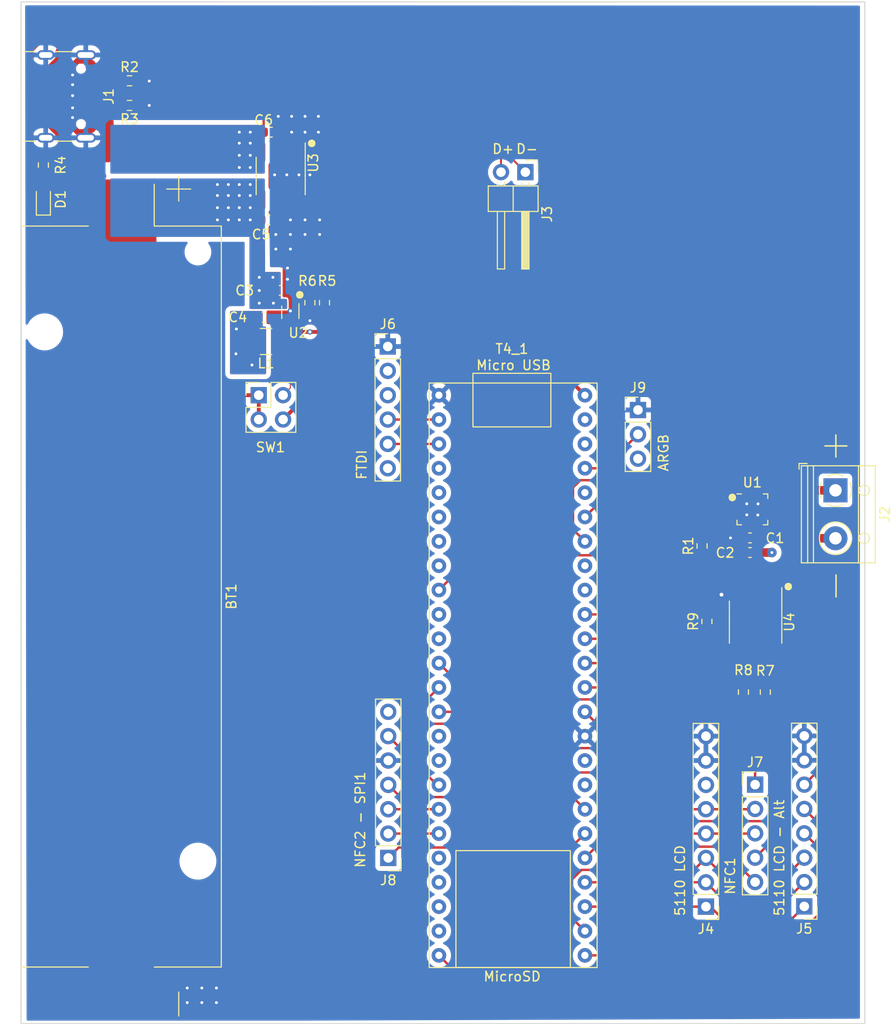
<source format=kicad_pcb>
(kicad_pcb (version 20221018) (generator pcbnew)
  (title_block (title "Carte projet Barbapapa") (date "2023-06-19") (rev "0.1") (company "Téo-CD"))
  (layers (0 "F.Cu" signal) (1 "In1.Cu" power) (2 "In2.Cu" power) (31 "B.Cu" signal) (34 "B.Paste" user) (35 "F.Paste" user) (36 "B.SilkS" user "B.Silkscreen") (37 "F.SilkS" user "F.Silkscreen") (38 "B.Mask" user) (39 "F.Mask" user) (44 "Edge.Cuts" user))
  (net 0 "")
  (net 1 "/Power and USB/BATT_LOAD")
  (net 2 "VSS")
  (net 3 "/+3.3V")
  (net 4 "/Power and USB/VBUS")
  (net 5 "Net-(D1-K)")
  (net 6 "Net-(D1-A)")
  (net 7 "Net-(J1-CC1)")
  (net 8 "/Power and USB/USB_D_P")
  (net 9 "/Power and USB/USB_D_N")
  (net 11 "Net-(J1-CC2)")
  (net 13 "/Audio/Speaker_P")
  (net 14 "/Audio/Speaker_N")
  (net 15 "/LCD connectors/LCD_RST")
  (net 16 "/LCD connectors/LCD_CS")
  (net 17 "/LCD connectors/LCD_DC")
  (net 18 "/SPI_COPI")
  (net 19 "/SPI_SCK")
  (net 20 "/LCD connectors/LCD_COPI_ALT")
  (net 21 "/LCD connectors/LCD_SCK_ALT")
  (net 24 "Net-(J6-Pin_4)")
  (net 25 "Net-(J6-Pin_5)")
  (net 27 "/NFC Connectors/NFC1_CS")
  (net 28 "/SPI_CIPO")
  (net 29 "/NFC2_CS")
  (net 30 "/SPI1_SCK")
  (net 31 "/SPI1_COPI")
  (net 32 "/SPI1_CIPO")
  (net 33 "/NFC Connectors/NFC2_RST")
  (net 34 "Net-(J9-Pin_2)")
  (net 35 "Net-(U2-SW)")
  (net 36 "/Audio/Amp_enable")
  (net 37 "Net-(U1-~{SD_MODE})")
  (net 38 "Net-(U2-FB)")
  (net 39 "Net-(U4-X0)")
  (net 40 "Net-(U4-X3)")
  (net 41 "/Audio/AMP_GAIN_EN")
  (net 42 "/Power and USB/Reg_en")
  (net 43 "/Power and USB/VIN")
  (net 49 "/Audio_OUT")
  (net 52 "/Audio/AMP_GAIN0")
  (net 53 "/Audio/AMP_GAIN1")
  (net 56 "/Audio/LRCLK")
  (net 57 "/Audio/BCLK")
  (net 66 "Net-(U1-~{GAIN_SLOT})")
  (net 72 "/NFC1_RST")
  (footprint "Connector_PinHeader_2.54mm:PinHeader_1x05_P2.54mm_Vertical" (layer "F.Cu") (at 94.2136 137.1346)
    (fp_text reference "J7")
    (fp_text value "NFC1")
  )
  (footprint "01_Passives:RES_0603" (layer "F.Cu") (at 28.9306 66.294 180)
    (fp_text reference "R3")
    (fp_text value "RES_0603_5K1_1%")
  )
  (footprint "Package_SO:SOIC-8_3.9x4.9mm_P1.27mm" (layer "F.Cu") (at 44.704 73.66 -90)
    (fp_text reference "U3")
    (fp_text value "MAX1811")
  )
  (footprint "Battery:BatteryHolder_Keystone_1042_1x18650" (layer "F.Cu") (at 28.066 117.516 -90)
    (fp_text reference "BT1")
    (fp_text value "Battery_Cell")
  )
  (footprint "01_Passives:CAP_0603" (layer "F.Cu") (at 93.6802 112.9284 180)
    (fp_text reference "C2")
    (fp_text value "CAP_0603_10uF_50V")
  )
  (footprint "Connector_USB:USB_C_Receptacle_GCT_USB4105-xx-A_16P_TopMnt_Horizontal" (layer "F.Cu") (at 21.2598 65.3542 -90)
    (fp_text reference "J1")
    (fp_text value "USB_C_Receptacle_USB2.0")
  )
  (footprint "Stuff:Teensy 4.1" (layer "F.Cu") (at 68.834 124.46)
    (fp_text reference "T4_1")
    (fp_text value "~")
  )
  (footprint "Connector_PinHeader_2.54mm:PinHeader_1x08_P2.54mm_Vertical" (layer "F.Cu") (at 89.0828 149.86 180)
    (fp_text reference "J4")
    (fp_text value "LCD SPI")
  )
  (footprint "01_Passives:RES_0603" (layer "F.Cu") (at 95.2804 127.4826 90)
    (fp_text reference "R7")
    (fp_text value "RES_0603_100K_1%")
  )
  (footprint "01_Passives:CAP_0603" (layer "F.Cu") (at 44.704 85.586)
    (fp_text reference "C3")
    (fp_text value "CAP_0603_10uF_50V")
  )
  (footprint "01_Passives:RES_0603" (layer "F.Cu") (at 47.752 86.868 90)
    (fp_text reference "R6")
    (fp_text value "RES_0603_44K2_1%")
  )
  (footprint "01_Passives:CAP_0603" (layer "F.Cu") (at 43.434 78.232 180)
    (fp_text reference "C5")
    (fp_text value "CAP_0603_10uF_50V")
  )
  (footprint "Inductor_SMD:L_1210_3225Metric_Pad1.42x2.65mm_HandSolder" (layer "F.Cu") (at 43.172 90.92 180)
    (fp_text reference "L1")
    (fp_text value "IND_1.5uH_5A_20%")
  )
  (footprint "Connector_PinHeader_2.54mm:PinHeader_1x07_P2.54mm_Vertical" (layer "F.Cu") (at 55.9308 144.78 180)
    (fp_text reference "J8")
    (fp_text value "NFC2")
  )
  (footprint "01_Passives:CAP_0603" (layer "F.Cu") (at 43.688 69.088 180)
    (fp_text reference "C6")
    (fp_text value "CAP_0603_10uF_50V")
  )
  (footprint "Connector_PinHeader_2.54mm:PinHeader_2x02_P2.54mm_Vertical" (layer "F.Cu") (at 42.413 96.515)
    (fp_text reference "SW1")
    (fp_text value "SW_DPST")
  )
  (footprint "01_Passives:CAP_0603" (layer "F.Cu") (at 42.918 88.38 180)
    (fp_text reference "C4")
    (fp_text value "CAP_0603_10uF_50V")
  )
  (footprint "Connector_PinHeader_2.54mm:PinHeader_1x06_P2.54mm_Vertical" (layer "F.Cu") (at 55.88 91.44)
    (fp_text reference "J6")
    (fp_text value "Random FTDI")
  )
  (footprint "Package_TO_SOT_SMD:SOT-563" (layer "F.Cu") (at 45.712 87.872 -90)
    (fp_text reference "U2")
    (fp_text value "AP61201Z6-7 buck")
  )
  (footprint "01_Passives:RES_0603" (layer "F.Cu") (at 92.9944 127.4826 90)
    (fp_text reference "R8")
    (fp_text value "RES_0603_100K_1%")
  )
  (footprint "01_Passives:CAP_0603" (layer "F.Cu") (at 93.6802 111.4044 180)
    (fp_text reference "C1")
    (fp_text value "CAP_0603_100nF_50V")
  )
  (footprint "Connector_PinHeader_2.54mm:PinHeader_1x03_P2.54mm_Vertical" (layer "F.Cu") (at 81.9912 98.059)
    (fp_text reference "J9")
    (fp_text value "RGB_LED")
  )
  (footprint "01_Passives:RES_0603" (layer "F.Cu") (at 49.276 86.868 -90)
    (fp_text reference "R5")
    (fp_text value "RES_0603_200k_1%")
  )
  (footprint "01_Passives:RES_0603" (layer "F.Cu") (at 19.939 72.517 90)
    (fp_text reference "R4")
    (fp_text value "RES_0603_200_1%")
  )
  (footprint "Package_SO:TSSOP-16_4.4x5mm_P0.65mm" (layer "F.Cu") (at 94.2644 120.1851 -90)
    (fp_text reference "U4")
    (fp_text value "CD4051B")
  )
  (footprint "TerminalBlock_RND:TerminalBlock_RND_205-00012_1x02_P5.00mm_Horizontal" (layer "F.Cu") (at 102.6004 106.4406 -90)
    (fp_text reference "J2")
    (fp_text value "Speaker")
  )
  (footprint "01_Passives:RES_0603" (layer "F.Cu") (at 28.9306 63.7286)
    (fp_text reference "R2")
    (fp_text value "RES_0603_5K1_1%")
  )
  (footprint "LED_SMD:LED_0603_1608Metric_Pad1.05x0.95mm_HandSolder" (layer "F.Cu") (at 19.939 76.073 90)
    (fp_text reference "D1")
    (fp_text value "LED")
  )
  (footprint "Connector_PinHeader_2.54mm:PinHeader_1x08_P2.54mm_Vertical" (layer "F.Cu") (at 99.3444 149.8346 180)
    (fp_text reference "J5")
    (fp_text value "LCD Soft SPI")
  )
  (footprint "01_Passives:RES_0603" (layer "F.Cu") (at 89.1844 120.1166 90)
    (fp_text reference "R9")
    (fp_text value "RES_0603_2K1_1%")
  )
  (footprint "Connector_PinHeader_2.54mm:PinHeader_1x02_P2.54mm_Horizontal" (layer "F.Cu") (at 70.236 73.2536 -90)
    (fp_text reference "J3")
    (fp_text value "Conn_01x02")
  )
  (footprint "Package_DFN_QFN:TQFN-16-1EP_3x3mm_P0.5mm_EP1.23x1.23mm" (layer "F.Cu") (at 93.9282 108.4249)
    (fp_text reference "U1")
    (fp_text value "MAX98357A/B")
  )
  (footprint "01_Passives:RES_0603" (layer "F.Cu") (at 88.6764 112.2426 90)
    (fp_text reference "R1")
    (fp_text value "RES_0603_634K_1%")
  )
  (gr_rect (start 17.6022 55.499) (end 105.664 162.052) (stroke (width 0.1)) (fill none) (layer "Edge.Cuts"))
  (gr_text "+" (at 100.6856 103.3272) (layer "F.SilkS") (effects (font (size 3 3) (thickness 0.153)) (justify left bottom)))
  (gr_text "-" (at 101.1428 114.4524 -90) (layer "F.SilkS") (effects (font (size 3 3) (thickness 0.153)) (justify left bottom)))
  (gr_text "●" (at 46.101 86.4616) (layer "F.SilkS") (effects (font (size 0.8 0.8) (thickness 0.153)) (justify left bottom)))
  (gr_text "NFC1" (at 92.202 148.6916 90) (layer "F.SilkS") (effects (font (size 1 1) (thickness 0.153)) (justify left bottom)))
  (gr_text "●" (at 47.3456 70.6628) (layer "F.SilkS") (effects (font (size 0.8 0.8) (thickness 0.153)) (justify left bottom)))
  (gr_text "●" (at 91.2368 107.5944) (layer "F.SilkS") (effects (font (size 0.8 0.8) (thickness 0.153)) (justify left bottom)))
  (gr_text "ARGB" (at 85.2424 104.5464 90) (layer "F.SilkS") (effects (font (size 1 1) (thickness 0.153)) (justify left bottom)))
  (gr_text "5110 LCD" (at 86.9696 150.9268 90) (layer "F.SilkS") (effects (font (size 1 1) (thickness 0.153)) (justify left bottom)))
  (gr_text "D+" (at 66.7004 71.4248) (layer "F.SilkS") (effects (font (size 1 1) (thickness 0.153)) (justify left bottom)))
  (gr_text "D-" (at 69.1896 71.4248) (layer "F.SilkS") (effects (font (size 1 1) (thickness 0.153)) (justify left bottom)))
  (gr_text "●" (at 97.0788 116.8908) (layer "F.SilkS") (effects (font (size 0.8 0.8) (thickness 0.153)) (justify left bottom)))
  (gr_text "5110 LCD - Alt" (at 97.3328 150.9268 90) (layer "F.SilkS") (effects (font (size 1 1) (thickness 0.153)) (justify left bottom)))
  (gr_text "NFC2 - SPI1" (at 53.594 145.8976 90) (layer "F.SilkS") (effects (font (size 1 1) (thickness 0.153)) (justify left bottom)))
  (gr_text "FTDI" (at 53.7464 105.41 90) (layer "F.SilkS") (effects (font (size 1 1) (thickness 0.153)) (justify left bottom)))
  (segment (start 31.999 96.515) (end 28.066 92.582) (width 0.4) (layer "F.Cu") (net 1))
  (segment (start 28.066 92.582) (end 28.066 78.186) (width 0.4) (layer "F.Cu") (net 1))
  (segment (start 42.413 99.055) (end 42.413 96.515) (width 0.4) (layer "F.Cu") (net 1))
  (segment (start 42.413 96.515) (end 31.999 96.515) (width 0.4) (layer "F.Cu") (net 1))
  (via (at 40.386 75.692) (size 0.56) (drill 0.3) (layers "F.Cu" "B.Cu") (net 1))
  (via (at 42.4688 85.598) (size 0.56) (drill 0.3) (layers "F.Cu" "B.Cu") (net 1))
  (via (at 41.529 74.549) (size 0.56) (drill 0.3) (layers "F.Cu" "B.Cu") (net 1))
  (via (at 38.1 78.232) (size 0.56) (drill 0.3) (layers "F.Cu" "B.Cu") (net 1))
  (via (at 38.1 76.962) (size 0.56) (drill 0.3) (layers "F.Cu" "B.Cu") (net 1))
  (via (at 38.1 75.692) (size 0.56) (drill 0.3) (layers "F.Cu" "B.Cu") (net 1))
  (via (at 39.243 74.549) (size 0.56) (drill 0.3) (layers "F.Cu" "B.Cu") (net 1))
  (via (at 39.243 76.962) (size 0.56) (drill 0.3) (layers "F.Cu" "B.Cu") (net 1))
  (via (at 43.8912 84.2264) (size 0.56) (drill 0.3) (layers "F.Cu" "B.Cu") (net 1))
  (via (at 42.4688 86.9188) (size 0.56) (drill 0.3) (layers "F.Cu" "B.Cu") (net 1))
  (via (at 41.529 78.232) (size 0.56) (drill 0.3) (layers "F.Cu" "B.Cu") (net 1))
  (via (at 39.243 75.692) (size 0.56) (drill 0.3) (layers "F.Cu" "B.Cu") (net 1))
  (via (at 40.386 76.962) (size 0.56) (drill 0.3) (layers "F.Cu" "B.Cu") (net 1))
  (via (at 38.1 74.549) (size 0.56) (drill 0.3) (layers "F.Cu" "B.Cu") (net 1))
  (via (at 41.529 75.692) (size 0.56) (drill 0.3) (layers "F.Cu" "B.Cu") (net 1))
  (via (at 40.386 78.232) (size 0.56) (drill 0.3) (layers "F.Cu" "B.Cu") (net 1))
  (via (at 41.529 76.962) (size 0.56) (drill 0.3) (layers "F.Cu" "B.Cu") (net 1))
  (via (at 42.4688 84.2264) (size 0.56) (drill 0.3) (layers "F.Cu" "B.Cu") (net 1))
  (via (at 39.243 78.232) (size 0.56) (drill 0.3) (layers "F.Cu" "B.Cu") (net 1))
  (via (at 43.942 86.9188) (size 0.56) (drill 0.3) (layers "F.Cu" "B.Cu") (net 1))
  (via (at 40.386 74.549) (size 0.56) (drill 0.3) (layers "F.Cu" "B.Cu") (net 1))
  (segment (start 23.0398 62.122474) (end 24.128074 61.0342) (width 0.6) (layer "F.Cu") (net 2))
  (segment (start 22.987 64.135) (end 23.0398 64.0822) (width 0.6) (layer "F.Cu") (net 2))
  (segment (start 23.0398 66.4952) (end 23.0398 65.3308) (width 0.6) (layer "F.Cu") (net 2))
  (segment (start 96.7414 132.0546) (end 99.3444 132.0546) (width 0.25) (layer "F.Cu") (net 2))
  (segment (start 24.128074 69.6742) (end 23.0398 68.585926) (width 0.6) (layer "F.Cu") (net 2))
  (segment (start 22.987 63.119) (end 23.0398 63.0662) (width 0.6) (layer "F.Cu") (net 2))
  (segment (start 94.1782 108.1749) (end 93.9282 108.4249) (width 0.25) (layer "F.Cu") (net 2))
  (segment (start 93.6782 108.6749) (end 93.9282 108.4249) (width 0.25) (layer "F.Cu") (net 2))
  (segment (start 23.0398 67.5112) (end 23.0398 66.6008) (width 0.6) (layer "F.Cu") (net 2))
  (segment (start 24.4248 61.6392) (end 23.523074 61.6392) (width 0.6) (layer "F.Cu") (net 2))
  (segment (start 23.0398 64.0822) (end 23.0398 63.1718) (width 0.6) (layer "F.Cu") (net 2))
  (segment (start 24.3648 69.6742) (end 24.128074 69.6742) (width 0.6) (layer "F.Cu") (net 2))
  (segment (start 22.987 67.564) (end 23.0398 67.5112) (width 0.6) (layer "F.Cu") (net 2))
  (segment (start 93.6782 106.9874) (end 93.6782 108.1749) (width 0.15) (layer "F.Cu") (net 2))
  (segment (start 24.9398 62.1542) (end 24.4248 61.6392) (width 0.6) (layer "F.Cu") (net 2))
  (segment (start 24.9398 68.5542) (end 24.4248 69.0692) (width 0.6) (layer "F.Cu") (net 2))
  (segment (start 24.3648 69.193769) (end 24.854369 68.7042) (width 0.9) (layer "F.Cu") (net 2))
  (segment (start 92.4907 108.6749) (end 93.6782 108.6749) (width 0.15) (layer "F.Cu") (net 2))
  (segment (start 24.3648 69.6742) (end 24.3648 69.193769) (width 0.9) (layer "F.Cu") (net 2))
  (segment (start 23.0398 65.2252) (end 23.0398 64.1878) (width 0.6) (layer "F.Cu") (net 2))
  (segment (start 92.9052 111.4044) (end 92.9052 112.9284) (width 0.9) (layer "F.Cu") (net 2))
  (segment (start 29.7556 66.294) (end 30.988 66.294) (width 0.25) (layer "F.Cu") (net 2))
  (segment (start 23.0398 63.1718) (end 22.987 63.119) (width 0.6) (layer "F.Cu") (net 2))
  (segment (start 91.9894 117.3226) (end 90.7084 117.3226) (width 0.25) (layer "F.Cu") (net 2))
  (segment (start 24.3648 61.514631) (end 24.854369 62.0042) (width 0.9) (layer "F.Cu") (net 2))
  (segment (start 91.9894 117.3226) (end 92.6394 117.3226) (width 0.25) (layer "F.Cu") (net 2))
  (segment (start 23.0398 63.0662) (end 23.0398 62.122474) (width 0.6) (layer "F.Cu") (net 2))
  (segment (start 95.8894 121.79633) (end 95.8894 123.0476) (width 0.25) (layer "F.Cu") (net 2))
  (segment (start 30.9626 63.7286) (end 30.988 63.754) (width 0.25) (layer "F.Cu") (net 2))
  (segment (start 94.194328 108.1749) (end 94.1782 108.1749) (width 0.35) (layer "F.Cu") (net 2))
  (segment (start 93.668541 108.6749) (end 93.6782 108.6749) (width 0.35) (layer "F.Cu") (net 2))
  (segment (start 23.0398 65.3308) (end 22.987 65.278) (width 0.6) (layer "F.Cu") (net 2))
  (segment (start 93.33979 107.843237) (end 93.6782 108.1749) (width 0.35) (layer "F.Cu") (net 2))
  (segment (start 23.523074 69.0692) (end 23.0398 68.585926) (width 0.6) (layer "F.Cu") (net 2))
  (segment (start 22.987 66.548) (end 23.0398 66.4952) (width 0.6) (layer "F.Cu") (net 2))
  (segment (start 24.4248 69.0692) (end 23.523074 69.0692) (width 0.6) (layer "F.Cu") (net 2))
  (segment (start 92.6394 117.3226) (end 92.6394 118.54633) (width 0.25) (layer "F.Cu") (net 2))
  (segment (start 22.987 65.278) (end 23.0398 65.2252) (width 0.6) (layer "F.Cu") (net 2))
  (segment (start 23.0398 66.6008) (end 22.987 66.548) (width 0.6) (layer "F.Cu") (net 2))
  (segment (start 95.3657 108.1749) (end 94.1782 108.1749) (width 0.15) (layer "F.Cu") (net 2))
  (segment (start 91.6547 111.4044) (end 92.9052 111.4044) (width 0.9) (layer "F.Cu") (net 2))
  (segment (start 24.854369 62.0042) (end 24.9398 62.0042) (width 0.9) (layer "F.Cu") (net 2))
  (segment (start 24.128074 61.0342) (end 24.3648 61.0342) (width 0.6) (layer "F.Cu") (net 2))
  (segment (start 23.523074 61.6392) (end 23.0398 62.122474) (width 0.6) (layer "F.Cu") (net 2))
  (segment (start 29.7556 63.7286) (end 30.9626 63.7286) (width 0.25) (layer "F.Cu") (net 2))
  (segment (start 93.6782 108.1749) (end 93.9282 108.4249) (width 0.25) (layer "F.Cu") (net 2))
  (segment (start 93.346237 108.997204) (end 93.668541 108.6749) (width 0.35) (layer "F.Cu") (net 2))
  (segment (start 24.3648 61.0342) (end 24.3648 61.514631) (width 0.9) (layer "F.Cu") (net 2))
  (segment (start 24.854369 68.7042) (end 24.9398 68.7042) (width 0.9) (layer "F.Cu") (net 2))
  (segment (start 92.9944 128.3076) (end 96.7414 132.0546) (width 0.25) (layer "F.Cu") (net 2))
  (segment (start 23.0398 64.1878) (end 22.987 64.135) (width 0.6) (layer "F.Cu") (net 2))
  (segment (start 94.519544 107.849684) (end 94.194328 108.1749) (width 0.35) (layer "F.Cu") (net 2))
  (segment (start 92.6394 118.54633) (end 95.8894 121.79633) (width 0.25) (layer "F.Cu") (net 2))
  (segment (start 23.0398 67.6168) (end 22.987 67.564) (width 0.6) (layer "F.Cu") (net 2))
  (segment (start 23.0398 68.585926) (end 23.0398 67.6168) (width 0.6) (layer "F.Cu") (net 2))
  (via (at 45.72 78.232) (size 0.56) (drill 0.3) (layers "F.Cu" "B.Cu") (net 2))
  (via (at 34.9504 159.8676) (size 0.56) (drill 0.3) (layers "F.Cu" "B.Cu") (net 2))
  (via (at 22.987 65.278) (size 0.56) (drill 0.3) (layers "F.Cu" "B.Cu") (net 2))
  (via (at 47.244 67.437) (size 0.56) (drill 0.3) (layers "F.Cu" "B.Cu") (net 2))
  (via (at 36.4744 159.8676) (size 0.56) (drill 0.3) (layers "F.Cu" "B.Cu") (net 2))
  (via (at 90.7084 117.3226) (size 0.8) (drill 0.4) (layers "F.Cu" "B.Cu") (net 2))
  (via (at 44.196 79.756) (size 0.56) (drill 0.3) (layers "F.Cu" "B.Cu") (net 2))
  (via (at 47.244 69.088) (size 0.56) (drill 0.3) (layers "F.Cu" "B.Cu") (net 2))
  (via (at 45.4152 84.4296) (size 0.56) (drill 0.3) (layers "F.Cu" "B.Cu") (net 2))
  (via (at 45.847 67.437) (size 0.56) (drill 0.3) (layers "F.Cu" "B.Cu") (net 2))
  (via (at 47.244 79.756) (size 0.56) (drill 0.3) (layers "F.Cu" "B.Cu") (net 2))
  (via (at 45.72 81.28) (size 0.56) (drill 0.3) (layers "F.Cu" "B.Cu") (net 2))
  (via (at 45.72 79.756) (size 0.56) (drill 0.3) (layers "F.Cu" "B.Cu") (net 2))
  (via (at 37.9984 158.3436) (size 0.56) (drill 0.3) (layers "F.Cu" "B.Cu") (net 2))
  (via (at 48.768 78.232) (size 0.56) (drill 0.3) (layers "F.Cu" "B.Cu") (net 2))
  (via (at 94.519544 107.849684) (size 0.56) (drill 0.3) (layers "F.Cu" "B.Cu") (net 2))
  (via (at 45.72 87.7316) (size 0.56) (drill 0.3) (layers "F.Cu" "B.Cu") (net 2))
  (via (at 34.9504 158.3436) (size 0.56) (drill 0.3) (layers "F.Cu" "B.Cu") (net 2))
  (via (at 48.641 67.437) (size 0.56) (drill 0.3) (layers "F.Cu" "B.Cu") (net 2))
  (via (at 44.069 73.533) (size 0.56) (drill 0.3) (layers "F.Cu" "B.Cu") (net 2))
  (via (at 44.45 67.437) (size 0.56) (drill 0.3) (layers "F.Cu" "B.Cu") (net 2))
  (via (at 45.339 73.533) (size 0.56) (drill 0.3) (layers "F.Cu" "B.Cu") (net 2))
  (via (at 45.4152 83.2612) (size 0.56) (drill 0.3) (layers "F.Cu" "B.Cu") (net 2))
  (via (at 36.4744 158.3436) (size 0.56) (drill 0.3) (layers "F.Cu" "B.Cu") (net 2))
  (via (at 22.987 64.135) (size 0.56) (drill 0.3) (layers "F.Cu" "B.Cu") (net 2))
  (via (at 47.752 88.7476) (size 0.56) (drill 0.3) (layers "F.Cu" "B.Cu") (net 2))
  (via (at 30.988 63.754) (size 0.56) (drill 0.3) (layers "F.Cu" "B.Cu") (net 2))
  (via (at 47.752 73.533) (size 0.56) (drill 0.3) (layers "F.Cu" "B.Cu") (net 2))
  (via (at 22.987 67.564) (size 0.56) (drill 0.3) (layers "F.Cu" "B.Cu") (net 2))
  (via (at 48.768 79.756) (size 0.56) (drill 0.3) (layers "F.Cu" "B.Cu") (net 2))
  (via (at 93.346237 108.997204) (size 0.56) (drill 0.3) (layers "F.Cu" "B.Cu") (net 2))
  (via (at 37.9984 159.8676) (size 0.56) (drill 0.3) (layers "F.Cu" "B.Cu") (net 2))
  (via (at 47.244 78.232) (size 0.56) (drill 0.3) (layers "F.Cu" "B.Cu") (net 2))
  (via (at 44.196 81.28) (size 0.56) (drill 0.3) (layers "F.Cu" "B.Cu") (net 2))
  (via (at 22.987 66.548) (size 0.56) (drill 0.3) (layers "F.Cu" "B.Cu") (net 2))
  (via (at 94.493757 109.016544) (size 0.56) (drill 0.3) (layers "F.Cu" "B.Cu") (net 2))
  (via (at 30.988 66.294) (size 0.56) (drill 0.3) (layers "F.Cu" "B.Cu") (net 2))
  (via (at 93.33979 107.843237) (size 0.56) (drill 0.3) (layers "F.Cu" "B.Cu") (net 2))
  (via (at 91.6482 111.4044) (size 1) (drill 0.3) (layers "F.Cu" "B.Cu") (net 2))
  (via (at 45.847 69.088) (size 0.56) (drill 0.3) (layers "F.Cu" "B.Cu") (net 2))
  (via (at 48.641 69.088) (size 0.56) (drill 0.3) (layers "F.Cu" "B.Cu") (net 2))
  (via (at 46.609 73.533) (size 0.56) (drill 0.3) (layers "F.Cu" "B.Cu") (net 2))
  (via (at 22.987 63.119) (size 0.56) (drill 0.3) (layers "F.Cu" "B.Cu") (net 2))
  (segment (start 96.5394 125.1966) (end 96.5394 127.2176) (width 0.25) (layer "F.Cu") (net 3))
  (segment (start 97.8204 128.4986) (end 97.6294 128.3076) (width 0.25) (layer "F.Cu") (net 3))
  (segment (start 96.5394 123.0476) (end 96.5394 125.1966) (width 0.25) (layer "F.Cu") (net 3))
  (segment (start 95.2394 122.359059) (end 93.821941 120.9416) (width 0.25) (layer "F.Cu") (net 3))
  (segment (start 46.9392 89.916) (end 46.282 89.2588) (width 0.4) (layer "F.Cu") (net 3))
  (segment (start 94.4552 112.9284) (end 94.4552 111.4044) (width 0.9) (layer "F.Cu") (net 3))
  (segment (start 47.752 89.916) (end 48.768 89.916) (width 0.4) (layer "F.Cu") (net 3))
  (segment (start 48.768 89.916) (end 49.276 89.408) (width 0.4) (layer "F.Cu") (net 3))
  (segment (start 94.4552 111.4044) (end 94.4552 110.0854) (width 0.9) (layer "F.Cu") (net 3))
  (segment (start 96.5394 125.036141) (end 96.5394 125.1966) (width 0.25) (layer "F.Cu") (net 3))
  (segment (start 97.6294 128.3076) (end 95.2804 128.3076) (width 0.25) (layer "F.Cu") (net 3))
  (segment (start 101.1224 135.3566) (end 101.1224 131.8006) (width 0.25) (layer "F.Cu") (net 3))
  (segment (start 47.752 89.916) (end 46.9392 89.916) (width 0.4) (layer "F.Cu") (net 3))
  (segment (start 49.276 89.408) (end 49.276 87.693) (width 0.4) (layer "F.Cu") (net 3))
  (segment (start 93.821941 120.9416) (end 89.1844 120.9416) (width 0.25) (layer "F.Cu") (net 3))
  (segment (start 96.5394 127.2176) (end 97.8204 128.4986) (width 0.25) (layer "F.Cu") (net 3))
  (segment (start 95.2394 123.0476) (end 95.2394 123.736141) (width 0.25) (layer "F.Cu") (net 3))
  (segment (start 95.2394 123.736141) (end 96.5394 125.036141) (width 0.25) (layer "F.Cu") (net 3))
  (segment (start 95.2394 123.0476) (end 95.2394 122.359059) (width 0.25) (layer "F.Cu") (net 3))
  (segment (start 101.1224 131.8006) (end 97.8204 128.4986) (width 0.25) (layer "F.Cu") (net 3))
  (segment (start 99.3444 137.1346) (end 101.1224 135.3566) (width 0.25) (layer "F.Cu") (net 3))
  (segment (start 94.4552 112.9284) (end 95.9662 112.9284) (width 0.9) (layer "F.Cu") (net 3))
  (segment (start 46.282 89.2588) (end 46.282 88.622) (width 0.4) (layer "F.Cu") (net 3))
  (segment (start 94.4552 110.0854) (end 94.4532 110.0834) (width 0.9) (layer "F.Cu") (net 3))
  (via (at 95.9662 112.9284) (size 1) (drill 0.3) (layers "F.Cu" "B.Cu") (net 3))
  (via (at 41.7068 93.3704) (size 0.56) (drill 0.3) (layers "F.Cu" "B.Cu") (net 3))
  (via (at 40.0304 92.202) (size 0.56) (drill 0.3) (layers "F.Cu" "B.Cu") (net 3))
  (via (at 47.752 89.916) (size 0.56) (drill 0.3) (layers "F.Cu" "B.Cu") (net 3))
  (via (at 40.0812 89.6112) (size 0.56) (drill 0.3) (layers "F.Cu" "B.Cu") (net 3))
  (segment (start 48.26 74.803) (end 48.957 74.106) (width 0.25) (layer "F.Cu") (net 4))
  (segment (start 24.9398 67.7542) (end 26.395 67.7542) (width 0.6) (layer "F.Cu") (net 4))
  (segment (start 45.339 71.185) (end 46.609 71.185) (width 0.25) (layer "F.Cu") (net 4))
  (segment (start 20.764 71.692) (end 22.098 70.358) (width 0.25) (layer "F.Cu") (net 4))
  (segment (start 26.67 62.992) (end 26.67 60.198) (width 1.2) (layer "F.Cu") (net 4))
  (segment (start 45.339 75.758249) (end 46.294249 74.803) (width 0.25) (layer "F.Cu") (net 4))
  (segment (start 42.926 69.075) (end 42.913 69.088) (width 0.25) (layer "F.Cu") (net 4))
  (segment (start 45.339 76.135) (end 45.339 75.758249) (width 0.25) (layer "F.Cu") (net 4))
  (segment (start 19.939 71.692) (end 20.764 71.692) (width 0.25) (layer "F.Cu") (net 4))
  (segment (start 21.8118 61.54244) (end 20.701 62.65324) (width 1.2) (layer "F.Cu") (net 4))
  (segment (start 20.701 62.65324) (end 20.701 68.05516) (width 1.2) (layer "F.Cu") (net 4))
  (segment (start 23.368 71.628) (end 26.67 71.628) (width 1.2) (layer "F.Cu") (net 4))
  (segment (start 26.67 60.198) (end 25.654 59.182) (width 1.2) (layer "F.Cu") (net 4))
  (segment (start 49.784 66.04) (end 43.815 66.04) (width 0.25) (layer "F.Cu") (net 4))
  (segment (start 26.67 71.628) (end 26.67 68.0292) (width 1.2) (layer "F.Cu") (net 4))
  (segment (start 26.395 67.7542) (end 26.67 68.0292) (width 0.6) (layer "F.Cu") (net 4))
  (segment (start 48.957 74.106) (end 48.957 71.185) (width 0.25) (layer "F.Cu") (net 4))
  (segment (start 23.368 59.182) (end 21.8118 60.7382) (width 1.2) (layer "F.Cu") (net 4))
  (segment (start 22.098 69.45216) (end 22.098 70.358) (width 1.2) (layer "F.Cu") (net 4))
  (segment (start 26.6322 62.9542) (end 26.67 62.992) (width 0.6) (layer "F.Cu") (net 4))
  (segment (start 50.038 70.104) (end 50.038 66.294) (width 0.25) (layer "F.Cu") (net 4))
  (segment (start 22.098 70.358) (end 23.368 71.628) (width 1.2) (layer "F.Cu") (net 4))
  (segment (start 20.701 68.05516) (end 22.098 69.45216) (width 1.2) (layer "F.Cu") (net 4))
  (segment (start 46.294249 74.803) (end 48.26 74.803) (width 0.25) (layer "F.Cu") (net 4))
  (segment (start 43.815 66.04) (end 42.926 66.929) (width 0.25) (layer "F.Cu") (net 4))
  (segment (start 24.9398 62.9542) (end 26.6322 62.9542) (width 0.6) (layer "F.Cu") (net 4))
  (segment (start 48.957 71.185) (end 50.038 70.104) (width 0.25) (layer "F.Cu") (net 4))
  (segment (start 46.609 71.185) (end 48.957 71.185) (width 0.25) (layer "F.Cu") (net 4))
  (segment (start 21.8118 60.7382) (end 21.8118 61.54244) (width 1.2) (layer "F.Cu") (net 4))
  (segment (start 50.038 66.294) (end 49.784 66.04) (width 0.25) (layer "F.Cu") (net 4))
  (segment (start 25.654 59.182) (end 23.368 59.182) (width 1.2) (layer "F.Cu") (net 4))
  (segment (start 42.926 66.929) (end 42.926 69.075) (width 0.25) (layer "F.Cu") (net 4))
  (via (at 40.386 72.771) (size 0.56) (drill 0.3) (layers "F.Cu" "B.Cu") (net 4))
  (via (at 41.529 71.501) (size 0.56) (drill 0.3) (layers "F.Cu" "B.Cu") (net 4))
  (via (at 41.529 70.231) (size 0.56) (drill 0.3) (layers "F.Cu" "B.Cu") (net 4))
  (via (at 40.386 71.501) (size 0.56) (drill 0.3) (layers "F.Cu" "B.Cu") (net 4))
  (via (at 41.529 69.088) (size 0.56) (drill 0.3) (layers "F.Cu" "B.Cu") (net 4))
  (via (at 40.386 69.088) (size 0.56) (drill 0.3) (layers "F.Cu" "B.Cu") (net 4))
  (via (at 41.529 72.771) (size 0.56) (drill 0.3) (layers "F.Cu" "B.Cu") (net 4))
  (via (at 40.386 70.231) (size 0.56) (drill 0.3) (layers "F.Cu" "B.Cu") (net 4))
  (segment (start 71.882 71.628) (end 58.039 57.785) (width 0.25) (layer "F.Cu") (net 5))
  (segment (start 71.882 74.676) (end 71.882 71.628) (width 0.25) (layer "F.Cu") (net 5))
  (segment (start 58.039 57.785) (end 21.5646 57.785) (width 0.25) (layer "F.Cu") (net 5))
  (segment (start 18.796 60.5536) (end 18.796 75.805) (width 0.25) (layer "F.Cu") (net 5))
  (segment (start 70.423 76.135) (end 71.882 74.676) (width 0.25) (layer "F.Cu") (net 5))
  (segment (start 46.609 76.135) (end 70.423 76.135) (width 0.25) (layer "F.Cu") (net 5))
  (segment (start 18.796 75.805) (end 19.939 76.948) (width 0.25) (layer "F.Cu") (net 5))
  (segment (start 21.5646 57.785) (end 18.796 60.5536) (width 0.25) (layer "F.Cu") (net 5))
  (segment (start 19.939 73.342) (end 19.939 75.198) (width 0.25) (layer "F.Cu") (net 6))
  (segment (start 24.9398 64.1042) (end 27.73 64.1042) (width 0.25) (layer "F.Cu") (net 7))
  (segment (start 27.73 64.1042) (end 28.1056 63.7286) (width 0.25) (layer "F.Cu") (net 7))
  (segment (start 25.8148 65.1042) (end 25.8398 65.1292) (width 0.25) (layer "F.Cu") (net 8))
  (segment (start 25.8398 65.1292) (end 25.8398 66.0792) (width 0.25) (layer "F.Cu") (net 8))
  (segment (start 25.827301 65.0792) (end 61.425203 65.0792) (width 0.2) (layer "F.Cu") (net 8))
  (segment (start 24.9398 65.1042) (end 25.8148 65.1042) (width 0.25) (layer "F.Cu") (net 8))
  (segment (start 67.696 71.349997) (end 67.696 73.2536) (width 0.2) (layer "F.Cu") (net 8))
  (segment (start 25.802301 65.1042) (end 25.827301 65.0792) (width 0.2) (layer "F.Cu") (net 8))
  (segment (start 25.8148 66.1042) (end 24.9398 66.1042) (width 0.25) (layer "F.Cu") (net 8))
  (segment (start 61.425203 65.0792) (end 67.696 71.349997) (width 0.2) (layer "F.Cu") (net 8))
  (segment (start 24.9398 65.1042) (end 25.802301 65.1042) (width 0.2) (layer "F.Cu") (net 8))
  (segment (start 25.8398 66.0792) (end 25.8148 66.1042) (width 0.25) (layer "F.Cu") (net 8))
  (segment (start 24.9398 64.6042) (end 25.802301 64.6042) (width 0.2) (layer "F.Cu") (net 9))
  (segment (start 61.6116 64.6292) (end 70.236 73.2536) (width 0.2) (layer "F.Cu") (net 9))
  (segment (start 25.827301 64.6292) (end 61.6116 64.6292) (width 0.2) (layer "F.Cu") (net 9))
  (segment (start 24.0648 65.6042) (end 24.9398 65.6042) (width 0.25) (layer "F.Cu") (net 9))
  (segment (start 24.0398 64.6292) (end 24.0398 65.5792) (width 0.25) (layer "F.Cu") (net 9))
  (segment (start 25.802301 64.6042) (end 25.827301 64.6292) (width 0.2) (layer "F.Cu") (net 9))
  (segment (start 24.0648 64.6042) (end 24.0398 64.6292) (width 0.25) (layer "F.Cu") (net 9))
  (segment (start 24.9398 64.6042) (end 24.0648 64.6042) (width 0.25) (layer "F.Cu") (net 9))
  (segment (start 24.0398 65.5792) (end 24.0648 65.6042) (width 0.25) (layer "F.Cu") (net 9))
  (segment (start 24.9398 67.1042) (end 27.2954 67.1042) (width 0.25) (layer "F.Cu") (net 11))
  (segment (start 27.2954 67.1042) (end 28.1056 66.294) (width 0.25) (layer "F.Cu") (net 11))
  (segment (start 96.8298 108.1532) (end 96.3081 108.6749) (width 0.35) (layer "F.Cu") (net 13))
  (segment (start 102.6004 106.4406) (end 98.5424 106.4406) (width 0.9) (layer "F.Cu") (net 13))
  (segment (start 98.5424 106.4406) (end 96.8298 108.1532) (width 0.9) (layer "F.Cu") (net 13))
  (segment (start 96.3081 108.6749) (end 95.643518 108.6749) (width 0.35) (layer "F.Cu") (net 13))
  (segment (start 96.7282 109.5248) (end 95.7156 109.5248) (width 0.35) (layer "F.Cu") (net 14))
  (segment (start 102.6004 111.4406) (end 98.644 111.4406) (width 0.9) (layer "F.Cu") (net 14))
  (segment (start 98.644 111.4406) (end 96.7282 109.5248) (width 0.9) (layer "F.Cu") (net 14))
  (segment (start 95.7156 109.5248) (end 95.3657 109.1749) (width 0.35) (layer "F.Cu") (net 14))
  (segment (start 97.4648 151.7142) (end 99.3444 149.8346) (width 0.25) (layer "F.Cu") (net 15))
  (segment (start 76.454 149.86) (end 89.54 149.86) (width 0.25) (layer "F.Cu") (net 15))
  (segment (start 89.54 149.86) (end 91.3942 151.7142) (width 0.25) (layer "F.Cu") (net 15))
  (segment (start 91.3942 151.7142) (end 97.4648 151.7142) (width 0.25) (layer "F.Cu") (net 15))
  (segment (start 76.454 147.32) (end 89.0828 147.32) (width 0.25) (layer "F.Cu") (net 16))
  (segment (start 92.6642 150.9014) (end 95.7376 150.9014) (width 0.25) (layer "F.Cu") (net 16))
  (segment (start 89.0828 147.32) (end 92.6642 150.9014) (width 0.25) (layer "F.Cu") (net 16))
  (segment (start 95.7376 150.9014) (end 99.3444 147.2946) (width 0.25) (layer "F.Cu") (net 16))
  (segment (start 76.1034 146.0246) (end 87.8382 146.0246) (width 0.25) (layer "F.Cu") (net 17))
  (segment (start 75.1128 147.0152) (end 76.1034 146.0246) (width 0.25) (layer "F.Cu") (net 17))
  (segment (start 75.1128 151.0588) (end 75.1128 147.0152) (width 0.25) (layer "F.Cu") (net 17))
  (segment (start 89.0828 144.78) (end 93.3754 149.0726) (width 0.25) (layer "F.Cu") (net 17))
  (segment (start 95.0264 149.0726) (end 99.3444 144.7546) (width 0.25) (layer "F.Cu") (net 17))
  (segment (start 87.8382 146.0246) (end 89.0828 144.78) (width 0.25) (layer "F.Cu") (net 17))
  (segment (start 93.3754 149.0726) (end 95.0264 149.0726) (width 0.25) (layer "F.Cu") (net 17))
  (segment (start 76.454 152.4) (end 75.1128 151.0588) (width 0.25) (layer "F.Cu") (net 17))
  (segment (start 64.0384 130.7846) (end 60.2284 130.7846) (width 0.25) (layer "F.Cu") (net 18))
  (segment (start 94.1882 142.24) (end 94.2136 142.2146) (width 0.25) (layer "F.Cu") (net 18))
  (segment (start 60.2284 130.7846) (end 59.7204 130.2766) (width 0.25) (layer "F.Cu") (net 18))
  (segment (start 59.7204 130.2766) (end 59.7204 128.4936) (width 0.25) (layer "F.Cu") (net 18))
  (segment (start 89.0828 142.24) (end 83.6218 142.24) (width 0.25) (layer "F.Cu") (net 18))
  (segment (start 89.0828 142.24) (end 94.1882 142.24) (width 0.25) (layer "F.Cu") (net 18))
  (segment (start 59.7204 128.4936) (end 61.214 127) (width 0.25) (layer "F.Cu") (net 18))
  (segment (start 69.1184 135.8646) (end 64.0384 130.7846) (width 0.25) (layer "F.Cu") (net 18))
  (segment (start 83.6218 142.24) (end 77.2464 135.8646) (width 0.25) (layer "F.Cu") (net 18))
  (segment (start 77.2464 135.8646) (end 69.1184 135.8646) (width 0.25) (layer "F.Cu") (net 18))
  (segment (start 89.0828 139.7) (end 86.614 139.7) (width 0.25) (layer "F.Cu") (net 19))
  (segment (start 94.1882 139.7) (end 94.2136 139.6746) (width 0.25) (layer "F.Cu") (net 19))
  (segment (start 89.0828 139.7) (end 94.1882 139.7) (width 0.25) (layer "F.Cu") (net 19))
  (segment (start 86.614 139.7) (end 76.454 129.54) (width 0.25) (layer "F.Cu") (net 19))
  (segment (start 96.589 154.94) (end 101.6304 149.8986) (width 0.25) (layer "F.Cu") (net 20))
  (segment (start 101.6304 149.8986) (end 101.6304 144.5006) (width 0.25) (layer "F.Cu") (net 20))
  (segment (start 76.454 154.94) (end 96.589 154.94) (width 0.25) (layer "F.Cu") (net 20))
  (segment (start 101.6304 144.5006) (end 99.3444 142.2146) (width 0.25) (layer "F.Cu") (net 20))
  (segment (start 99.3444 139.6746) (end 102.6464 142.9766) (width 0.25) (layer "F.Cu") (net 21))
  (segment (start 97.8204 156.9466) (end 63.2206 156.9466) (width 0.25) (layer "F.Cu") (net 21))
  (segment (start 102.6464 152.1206) (end 97.8204 156.9466) (width 0.25) (layer "F.Cu") (net 21))
  (segment (start 102.6464 142.9766) (end 102.6464 152.1206) (width 0.25) (layer "F.Cu") (net 21))
  (segment (start 63.2206 156.9466) (end 61.214 154.94) (width 0.25) (layer "F.Cu") (net 21))
  (segment (start 55.88 99.06) (end 61.214 99.06) (width 0.25) (layer "F.Cu") (net 24))
  (segment (start 61.214 101.6) (end 55.88 101.6) (width 0.25) (layer "F.Cu") (net 25))
  (segment (start 64.9986 128.2446) (end 61.214 124.46) (width 0.25) (layer "F.Cu") (net 27))
  (segment (start 94.2136 132.7658) (end 89.6924 128.2446) (width 0.25) (layer "F.Cu") (net 27))
  (segment (start 89.6924 128.2446) (end 64.9986 128.2446) (width 0.25) (layer "F.Cu") (net 27))
  (segment (start 94.2136 137.1346) (end 94.2136 132.7658) (width 0.25) (layer "F.Cu") (net 27))
  (segment (start 66.3498 129.54) (end 61.214 129.54) (width 0.25) (layer "F.Cu") (net 28))
  (segment (start 95.0264 140.9446) (end 85.1204 140.9446) (width 0.25) (layer "F.Cu") (net 28))
  (segment (start 94.2136 144.7546) (end 95.7884 143.1798) (width 0.25) (layer "F.Cu") (net 28))
  (segment (start 77.5004 133.3246) (end 70.1344 133.3246) (width 0.25) (layer "F.Cu") (net 28))
  (segment (start 95.7884 143.1798) (end 95.7884 141.7066) (width 0.25) (layer "F.Cu") (net 28))
  (segment (start 70.1344 133.3246) (end 66.3498 129.54) (width 0.25) (layer "F.Cu") (net 28))
  (segment (start 85.1204 140.9446) (end 77.5004 133.3246) (width 0.25) (layer "F.Cu") (net 28))
  (segment (start 95.7884 141.7066) (end 95.0264 140.9446) (width 0.25) (layer "F.Cu") (net 28))
  (segment (start 57.0178 143.693) (end 75.001 143.693) (width 0.25) (layer "F.Cu") (net 29))
  (segment (start 75.001 143.693) (end 76.454 142.24) (width 0.25) (layer "F.Cu") (net 29))
  (segment (start 55.9308 144.78) (end 57.0178 143.693) (width 0.25) (layer "F.Cu") (net 29))
  (segment (start 61.214 142.24) (end 55.9308 142.24) (width 0.25) (layer "F.Cu") (net 30))
  (segment (start 61.214 139.7) (end 55.9308 139.7) (width 0.25) (layer "F.Cu") (net 31))
  (segment (start 57.2008 138.43) (end 75.184 138.43) (width 0.25) (layer "F.Cu") (net 32))
  (segment (start 75.184 138.43) (end 76.454 139.7) (width 0.25) (layer "F.Cu") (net 32))
  (segment (start 55.9308 137.16) (end 57.2008 138.43) (width 0.25) (layer "F.Cu") (net 32))
  (segment (start 61.0108 137.16) (end 61.214 137.16) (width 0.25) (layer "F.Cu") (net 33))
  (segment (start 55.9308 132.08) (end 61.0108 137.16) (width 0.25) (layer "F.Cu") (net 33))
  (segment (start 78.4502 104.14) (end 81.9912 100.599) (width 0.25) (layer "F.Cu") (net 34))
  (segment (start 76.454 104.14) (end 78.4502 104.14) (width 0.25) (layer "F.Cu") (net 34))
  (segment (start 44.6595 90.92) (end 45.142 90.4375) (width 0.4) (layer "F.Cu") (net 35))
  (segment (start 45.142 90.4375) (end 45.142 88.622) (width 0.4) (layer "F.Cu") (net 35))
  (segment (start 82.364 119.38) (end 88.6764 113.0676) (width 0.25) (layer "F.Cu") (net 36))
  (segment (start 76.454 119.38) (end 82.364 119.38) (width 0.25) (layer "F.Cu") (net 36))
  (segment (start 90.8994 109.1946) (end 92.471 109.1946) (width 0.25) (layer "F.Cu") (net 37))
  (segment (start 88.6764 111.4176) (end 90.8994 109.1946) (width 0.25) (layer "F.Cu") (net 37))
  (segment (start 92.471 109.1946) (end 92.4907 109.1749) (width 0.25) (layer "F.Cu") (net 37))
  (segment (start 49.276 86.043) (end 47.752 86.043) (width 0.4) (layer "F.Cu") (net 38))
  (segment (start 46.282 86.56) (end 46.282 87.122) (width 0.4) (layer "F.Cu") (net 38))
  (segment (start 47.752 86.043) (end 46.799 86.043) (width 0.4) (layer "F.Cu") (net 38))
  (segment (start 46.799 86.043) (end 46.282 86.56) (width 0.4) (layer "F.Cu") (net 38))
  (segment (start 95.2804 126.6576) (end 94.5894 125.9666) (width 0.25) (layer "F.Cu") (net 39))
  (segment (start 94.5894 125.9666) (end 94.5894 123.0476) (width 0.25) (layer "F.Cu") (net 39))
  (segment (start 93.9394 125.7126) (end 93.9394 123.0476) (width 0.25) (layer "F.Cu") (net 40))
  (segment (start 92.9944 126.6576) (end 93.9394 125.7126) (width 0.25) (layer "F.Cu") (net 40))
  (segment (start 89.1844 119.2916) (end 89.1844 116.0526) (width 0.25) (layer "F.Cu") (net 41))
  (segment (start 86.556 121.92) (end 89.1844 119.2916) (width 0.25) (layer "F.Cu") (net 41))
  (segment (start 89.1844 116.0526) (end 89.4384 115.7986) (width 0.25) (layer "F.Cu") (net 41))
  (segment (start 89.4384 115.7986) (end 92.7404 115.7986) (width 0.25) (layer "F.Cu") (net 41))
  (segment (start 92.7404 115.7986) (end 93.2894 116.3476) (width 0.25) (layer "F.Cu") (net 41))
  (segment (start 76.454 121.92) (end 86.556 121.92) (width 0.25) (layer "F.Cu") (net 41))
  (segment (start 93.2894 116.3476) (end 93.2894 117.3226) (width 0.25) (layer "F.Cu") (net 41))
  (segment (start 45.712 95.756) (end 44.953 96.515) (width 0.1) (layer "F.Cu") (net 42))
  (segment (start 45.712 88.622) (end 45.712 95.756) (width 0.1) (layer "F.Cu") (net 42))
  (segment (start 69.342 89.408) (end 76.454 96.52) (width 0.4) (layer "F.Cu") (net 43))
  (segment (start 54.6 89.408) (end 69.342 89.408) (width 0.4) (layer "F.Cu") (net 43))
  (segment (start 44.953 99.055) (end 54.6 89.408) (width 0.4) (layer "F.Cu") (net 43))
  (segment (start 64.841 113.213) (end 83.896 113.213) (width 0.25) (layer "F.Cu") (net 49))
  (segment (start 89.4341 107.6749) (end 92.4907 107.6749) (width 0.25) (layer "F.Cu") (net 49))
  (segment (start 61.214 116.84) (end 64.841 113.213) (width 0.25) (layer "F.Cu") (net 49))
  (segment (start 83.896 113.213) (end 89.4341 107.6749) (width 0.25) (layer "F.Cu") (net 49))
  (segment (start 90.025541 127) (end 93.2894 123.736141) (width 0.25) (layer "F.Cu") (net 52))
  (segment (start 93.2894 123.736141) (end 93.2894 123.0476) (width 0.25) (layer "F.Cu") (net 52))
  (segment (start 76.454 127) (end 90.025541 127) (width 0.25) (layer "F.Cu") (net 52))
  (segment (start 91.929145 124.46) (end 76.454 124.46) (width 0.25) (layer "F.Cu") (net 53))
  (segment (start 92.6394 123.749745) (end 91.929145 124.46) (width 0.25) (layer "F.Cu") (net 53))
  (segment (start 92.6394 123.0476) (end 92.6394 123.749745) (width 0.25) (layer "F.Cu") (net 53))
  (segment (start 75.2144 110.5204) (end 75.2144 106.1466) (width 0.25) (layer "F.Cu") (net 56))
  (segment (start 75.2144 106.1466) (end 75.9764 105.3846) (width 0.25) (layer "F.Cu") (net 56))
  (segment (start 76.454 111.76) (end 75.2144 110.5204) (width 0.25) (layer "F.Cu") (net 56))
  (segment (start 94.1782 106.476892) (end 94.1782 106.9874) (width 0.25) (layer "F.Cu") (net 56))
  (segment (start 75.9764 105.3846) (end 93.085908 105.3846) (width 0.25) (layer "F.Cu") (net 56))
  (segment (start 93.085908 105.3846) (end 94.1782 106.476892) (width 0.25) (layer "F.Cu") (net 56))
  (segment (start 78.6866 106.9874) (end 93.1782 106.9874) (width 0.25) (layer "F.Cu") (net 57))
  (segment (start 76.454 109.22) (end 78.6866 106.9874) (width 0.25) (layer "F.Cu") (net 57))
  (segment (start 87.6604 110.9726) (end 90.4581 108.1749) (width 0.25) (layer "F.Cu") (net 66))
  (segment (start 95.2394 116.634059) (end 90.847941 112.2426) (width 0.25) (layer "F.Cu") (net 66))
  (segment (start 90.4581 108.1749) (end 92.4907 108.1749) (width 0.25) (layer "F.Cu") (net 66))
  (segment (start 90.847941 112.2426) (end 88.1684 112.2426) (width 0.25) (layer "F.Cu") (net 66))
  (segment (start 88.1684 112.2426) (end 87.6604 111.7346) (width 0.25) (layer "F.Cu") (net 66))
  (segment (start 87.6604 111.7346) (end 87.6604 110.9726) (width 0.25) (layer "F.Cu") (net 66))
  (segment (start 95.2394 117.3226) (end 95.2394 116.634059) (width 0.25) (layer "F.Cu") (net 66))
  (segment (start 77.629 143.605) (end 90.524 143.605) (width 0.25) (layer "F.Cu") (net 72))
  (segment (start 76.454 144.78) (end 77.629 143.605) (width 0.25) (layer "F.Cu") (net 72))
  (segment (start 90.524 143.605) (end 94.2136 147.2946) (width 0.25) (layer "F.Cu") (net 72))
  (zone (net 2) (net_name "VSS") (layer "F.Cu") (name "Power_GND") (priority 5) (connect_pads yes (clearance 0.15)) (min_thickness 0.25) (fill yes (thermal_gap 0.5) (thermal_bridge_width 0.5))
    (polygon (pts (xy 48.514 86.868) (xy 46.7868 86.868) (xy 46.7868 87.6808) (xy 45.974 87.6808) (xy 45.974 83.312) (xy 44.9072 83.312) (xy 44.9072 86.36) (xy 45.466 86.36) (xy 45.466 87.6808) (xy 43.2308 87.6808) (xy 43.2308 89.1032) (xy 44.6024 89.1032) (xy 44.6024 88.0872) (xy 46.7868 88.0872) (xy 46.7868 89.154) (xy 48.514 89.154)))
  )
  (zone (net 2) (net_name "VSS") (layer "F.Cu") (name "Batt_GND") (priority 4) (connect_pads yes (clearance 0.5)) (min_thickness 0.25) (fill yes (thermal_gap 0.5) (thermal_bridge_width 0.5))
    (polygon (pts (xy 49.53 66.548) (xy 44.069 66.548) (xy 43.688 66.929) (xy 43.688 69.596) (xy 43.434 70.104) (xy 43.434 83.439) (xy 49.53 83.439) (xy 49.53 77.47) (xy 44.958 77.47) (xy 44.704 77.216) (xy 44.704 75.057) (xy 45.212 74.422) (xy 47.879 74.422) (xy 48.514 73.914) (xy 48.514 72.517) (xy 44.958 72.517) (xy 44.704 72.263) (xy 44.704 70.104) (xy 45.085 69.723) (xy 49.53 69.723)))
  )
  (zone (net 2) (net_name "VSS") (layer "F.Cu") (name "Batt") (priority 8) (connect_pads yes (clearance 0.5)) (min_thickness 0.25) (fill yes (thermal_gap 0.5) (thermal_bridge_width 0.5))
    (polygon (pts (xy 28.0924 156.8196) (xy 38.9128 156.8196) (xy 38.9128 161.3916) (xy 28.0924 161.3916)))
  )
  (zone (net 3) (net_name "/+3.3V") (layers "F.Cu" "In2.Cu" "B.Cu") (name "3.3V") (priority 7) (connect_pads yes (clearance 0.15)) (min_thickness 0.25) (fill yes (thermal_gap 0.5) (thermal_bridge_width 0.5))
    (polygon (pts (xy 43.18 89.3572) (xy 42.8244 89.3572) (xy 42.8244 87.7316) (xy 39.4208 87.7316) (xy 39.4208 94.3356) (xy 43.18 94.3356)))
  )
  (zone (net 1) (net_name "/Power and USB/BATT_LOAD") (layers "F.Cu" "In2.Cu" "B.Cu") (name "Batt") (priority 2) (connect_pads yes (clearance 0.5)) (min_thickness 0.25) (fill yes (thermal_gap 0.5) (thermal_bridge_width 0.5))
    (polygon (pts (xy 43.053 73.914) (xy 43.053 80.01) (xy 26.924 80.01) (xy 26.924 73.914)))
  )
  (zone (net 1) (net_name "/Power and USB/BATT_LOAD") (layers "F.Cu" "In2.Cu" "B.Cu") (name "Batt") (priority 6) (connect_pads yes (clearance 0.15)) (min_thickness 0.25) (fill yes (thermal_gap 0.5) (thermal_bridge_width 0.5))
    (polygon (pts (xy 43.053 79.8576) (xy 43.0784 83.6676) (xy 44.704 83.6676) (xy 44.704 86.4616) (xy 45.3644 86.4616) (xy 45.3644 87.5284) (xy 41.4528 87.5284) (xy 41.4528 79.8576)))
  )
  (zone (net 4) (net_name "/Power and USB/VBUS") (layers "F&B.Cu") (name "VBUS") (priority 3) (connect_pads yes (clearance 0.5)) (min_thickness 0.25) (fill yes (thermal_gap 0.5) (thermal_bridge_width 0.5))
    (polygon (pts (xy 43.053 73.406) (xy 43.053 68.326) (xy 26.924 68.326) (xy 26.924 73.406)))
  )
  (zone (net 2) (net_name "VSS") (layers "In1.Cu" "B.Cu") (name "GND") (connect_pads (clearance 0.5)) (min_thickness 0.25) (fill yes (thermal_gap 0.5) (thermal_bridge_width 0.5))
    (polygon (pts (xy 18.034 55.8546) (xy 18.1864 161.8488) (xy 105.156 161.544) (xy 105.156 55.88) (xy 18.6436 55.8546)))
  )
)
</source>
